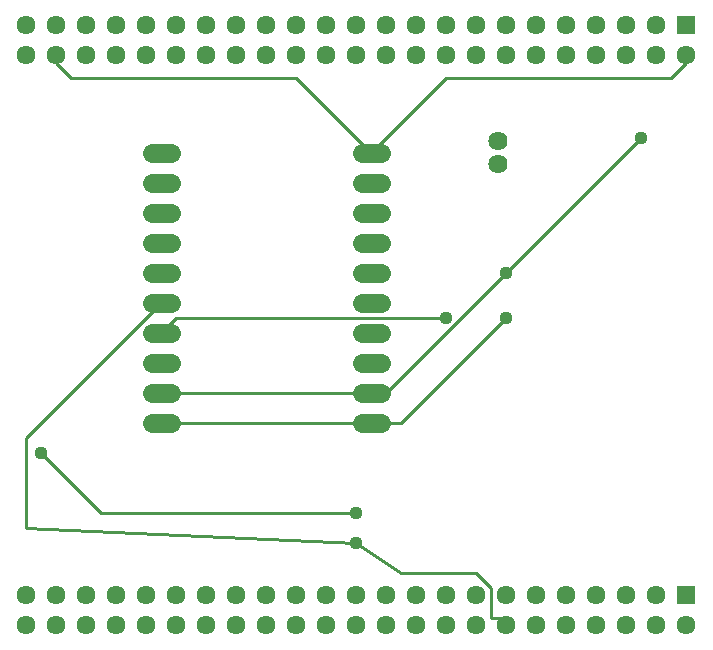
<source format=gbl>
G75*
%MOIN*%
%OFA0B0*%
%FSLAX25Y25*%
%IPPOS*%
%LPD*%
%AMOC8*
5,1,8,0,0,1.08239X$1,22.5*
%
%ADD10R,0.06337X0.06337*%
%ADD11C,0.06337*%
%ADD12C,0.06337*%
%ADD13C,0.06400*%
%ADD14C,0.01000*%
%ADD15C,0.04400*%
D10*
X0266250Y0023500D03*
X0266250Y0213500D03*
D11*
X0046250Y0013500D03*
X0056250Y0013500D03*
X0066250Y0013500D03*
X0076250Y0013500D03*
X0086250Y0013500D03*
X0096250Y0013500D03*
X0106250Y0013500D03*
X0116250Y0013500D03*
X0126250Y0013500D03*
X0136250Y0013500D03*
X0146250Y0013500D03*
X0156250Y0013500D03*
X0166250Y0013500D03*
X0176250Y0013500D03*
X0186250Y0013500D03*
X0196250Y0013500D03*
X0206250Y0013500D03*
X0216250Y0013500D03*
X0226250Y0013500D03*
X0236250Y0013500D03*
X0246250Y0013500D03*
X0256250Y0013500D03*
X0266250Y0013500D03*
X0256250Y0023500D03*
X0246250Y0023500D03*
X0236250Y0023500D03*
X0226250Y0023500D03*
X0216250Y0023500D03*
X0206250Y0023500D03*
X0196250Y0023500D03*
X0186250Y0023500D03*
X0176250Y0023500D03*
X0166250Y0023500D03*
X0156250Y0023500D03*
X0146250Y0023500D03*
X0136250Y0023500D03*
X0126250Y0023500D03*
X0116250Y0023500D03*
X0106250Y0023500D03*
X0096250Y0023500D03*
X0086250Y0023500D03*
X0076250Y0023500D03*
X0066250Y0023500D03*
X0056250Y0023500D03*
X0046250Y0023500D03*
X0046250Y0203500D03*
X0056250Y0203500D03*
X0066250Y0203500D03*
X0076250Y0203500D03*
X0086250Y0203500D03*
X0096250Y0203500D03*
X0106250Y0203500D03*
X0116250Y0203500D03*
X0126250Y0203500D03*
X0136250Y0203500D03*
X0146250Y0203500D03*
X0156250Y0203500D03*
X0166250Y0203500D03*
X0176250Y0203500D03*
X0186250Y0203500D03*
X0196250Y0203500D03*
X0206250Y0203500D03*
X0216250Y0203500D03*
X0226250Y0203500D03*
X0236250Y0203500D03*
X0246250Y0203500D03*
X0256250Y0203500D03*
X0266250Y0203500D03*
X0256250Y0213500D03*
X0246250Y0213500D03*
X0236250Y0213500D03*
X0226250Y0213500D03*
X0216250Y0213500D03*
X0206250Y0213500D03*
X0196250Y0213500D03*
X0186250Y0213500D03*
X0176250Y0213500D03*
X0166250Y0213500D03*
X0156250Y0213500D03*
X0146250Y0213500D03*
X0136250Y0213500D03*
X0126250Y0213500D03*
X0116250Y0213500D03*
X0106250Y0213500D03*
X0096250Y0213500D03*
X0086250Y0213500D03*
X0076250Y0213500D03*
X0066250Y0213500D03*
X0056250Y0213500D03*
X0046250Y0213500D03*
D12*
X0088081Y0171000D02*
X0094419Y0171000D01*
X0094419Y0161000D02*
X0088081Y0161000D01*
X0088081Y0151000D02*
X0094419Y0151000D01*
X0094419Y0141000D02*
X0088081Y0141000D01*
X0088081Y0131000D02*
X0094419Y0131000D01*
X0094419Y0121000D02*
X0088081Y0121000D01*
X0088081Y0111000D02*
X0094419Y0111000D01*
X0094419Y0101000D02*
X0088081Y0101000D01*
X0088081Y0091000D02*
X0094419Y0091000D01*
X0094419Y0081000D02*
X0088081Y0081000D01*
X0158081Y0081000D02*
X0164419Y0081000D01*
X0164419Y0091000D02*
X0158081Y0091000D01*
X0158081Y0101000D02*
X0164419Y0101000D01*
X0164419Y0111000D02*
X0158081Y0111000D01*
X0158081Y0121000D02*
X0164419Y0121000D01*
X0164419Y0131000D02*
X0158081Y0131000D01*
X0158081Y0141000D02*
X0164419Y0141000D01*
X0164419Y0151000D02*
X0158081Y0151000D01*
X0158081Y0161000D02*
X0164419Y0161000D01*
X0164419Y0171000D02*
X0158081Y0171000D01*
D13*
X0203415Y0167063D03*
X0203415Y0174937D03*
D14*
X0186250Y0196000D02*
X0261250Y0196000D01*
X0266250Y0201000D01*
X0266250Y0203500D01*
X0251250Y0176000D02*
X0206250Y0131000D01*
X0166250Y0091000D01*
X0161250Y0091000D01*
X0091250Y0091000D01*
X0091250Y0081000D02*
X0161250Y0081000D01*
X0171250Y0081000D01*
X0206250Y0116000D01*
X0186250Y0116000D02*
X0096250Y0116000D01*
X0091250Y0111000D01*
X0091250Y0121000D02*
X0046250Y0076000D01*
X0046250Y0046000D01*
X0156250Y0041000D01*
X0171250Y0031000D01*
X0196250Y0031000D01*
X0201250Y0026000D01*
X0201250Y0016000D01*
X0206250Y0016000D01*
X0206250Y0013500D01*
X0156250Y0051000D02*
X0071250Y0051000D01*
X0051250Y0071000D01*
X0161250Y0171000D02*
X0186250Y0196000D01*
X0161250Y0171000D02*
X0136250Y0196000D01*
X0061250Y0196000D01*
X0056250Y0201000D01*
X0056250Y0203500D01*
D15*
X0186250Y0116000D03*
X0206250Y0116000D03*
X0206250Y0131000D03*
X0251250Y0176000D03*
X0156250Y0051000D03*
X0156250Y0041000D03*
X0051250Y0071000D03*
M02*

</source>
